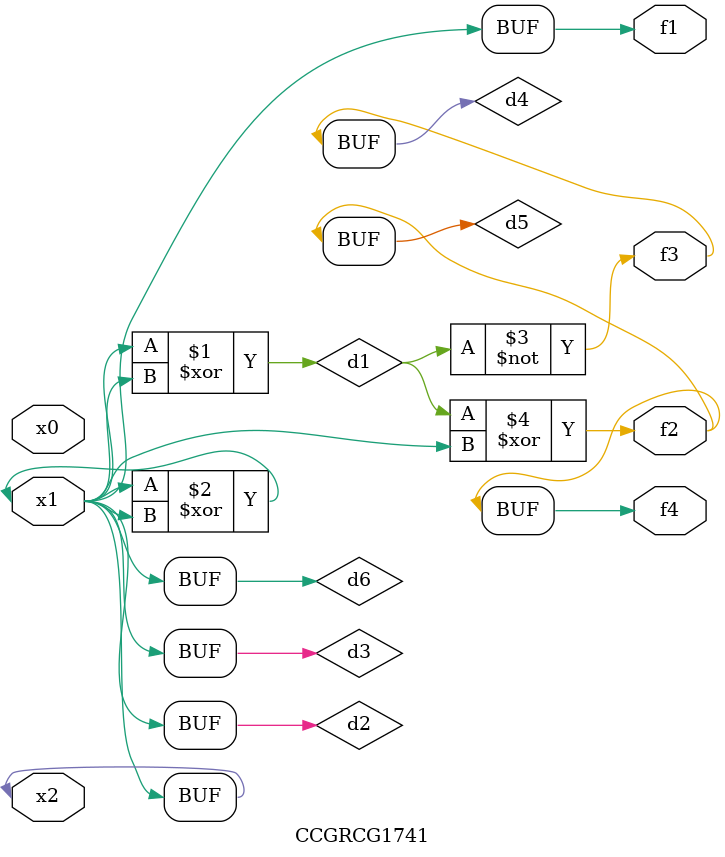
<source format=v>
module CCGRCG1741(
	input x0, x1, x2,
	output f1, f2, f3, f4
);

	wire d1, d2, d3, d4, d5, d6;

	xor (d1, x1, x2);
	buf (d2, x1, x2);
	xor (d3, x1, x2);
	nor (d4, d1);
	xor (d5, d1, d2);
	buf (d6, d2, d3);
	assign f1 = d6;
	assign f2 = d5;
	assign f3 = d4;
	assign f4 = d5;
endmodule

</source>
